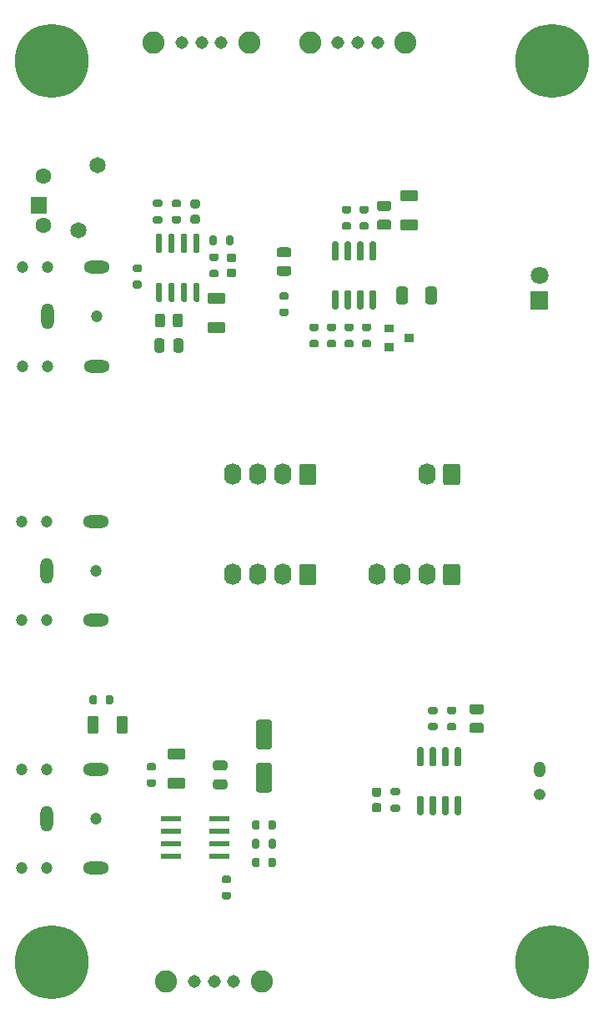
<source format=gts>
%TF.GenerationSoftware,KiCad,Pcbnew,5.1.8-db9833491~88~ubuntu18.04.1*%
%TF.CreationDate,2021-01-05T00:41:27-08:00*%
%TF.ProjectId,kb1lqd_optical_comm,6b62316c-7164-45f6-9f70-746963616c5f,rev?*%
%TF.SameCoordinates,Original*%
%TF.FileFunction,Soldermask,Top*%
%TF.FilePolarity,Negative*%
%FSLAX46Y46*%
G04 Gerber Fmt 4.6, Leading zero omitted, Abs format (unit mm)*
G04 Created by KiCad (PCBNEW 5.1.8-db9833491~88~ubuntu18.04.1) date 2021-01-05 00:41:27*
%MOMM*%
%LPD*%
G01*
G04 APERTURE LIST*
%ADD10C,7.500102*%
%ADD11C,1.200102*%
%ADD12O,2.616102X1.308102*%
%ADD13O,1.308102X2.616102*%
%ADD14C,2.250102*%
%ADD15C,1.308102*%
%ADD16O,1.740102X2.190102*%
%ADD17C,1.600102*%
%ADD18C,1.650102*%
%ADD19O,1.200102X1.200102*%
%ADD20O,1.200102X1.600102*%
%ADD21C,1.800102*%
G04 APERTURE END LIST*
%TO.C,U2*%
G36*
G01*
X143152026Y-49935051D02*
X142851974Y-49935051D01*
G75*
G02*
X142701949Y-49785026I0J150025D01*
G01*
X142701949Y-48134974D01*
G75*
G02*
X142851974Y-47984949I150025J0D01*
G01*
X143152026Y-47984949D01*
G75*
G02*
X143302051Y-48134974I0J-150025D01*
G01*
X143302051Y-49785026D01*
G75*
G02*
X143152026Y-49935051I-150025J0D01*
G01*
G37*
G36*
G01*
X144422026Y-49935051D02*
X144121974Y-49935051D01*
G75*
G02*
X143971949Y-49785026I0J150025D01*
G01*
X143971949Y-48134974D01*
G75*
G02*
X144121974Y-47984949I150025J0D01*
G01*
X144422026Y-47984949D01*
G75*
G02*
X144572051Y-48134974I0J-150025D01*
G01*
X144572051Y-49785026D01*
G75*
G02*
X144422026Y-49935051I-150025J0D01*
G01*
G37*
G36*
G01*
X145692026Y-49935051D02*
X145391974Y-49935051D01*
G75*
G02*
X145241949Y-49785026I0J150025D01*
G01*
X145241949Y-48134974D01*
G75*
G02*
X145391974Y-47984949I150025J0D01*
G01*
X145692026Y-47984949D01*
G75*
G02*
X145842051Y-48134974I0J-150025D01*
G01*
X145842051Y-49785026D01*
G75*
G02*
X145692026Y-49935051I-150025J0D01*
G01*
G37*
G36*
G01*
X146962026Y-49935051D02*
X146661974Y-49935051D01*
G75*
G02*
X146511949Y-49785026I0J150025D01*
G01*
X146511949Y-48134974D01*
G75*
G02*
X146661974Y-47984949I150025J0D01*
G01*
X146962026Y-47984949D01*
G75*
G02*
X147112051Y-48134974I0J-150025D01*
G01*
X147112051Y-49785026D01*
G75*
G02*
X146962026Y-49935051I-150025J0D01*
G01*
G37*
G36*
G01*
X146962026Y-54885051D02*
X146661974Y-54885051D01*
G75*
G02*
X146511949Y-54735026I0J150025D01*
G01*
X146511949Y-53084974D01*
G75*
G02*
X146661974Y-52934949I150025J0D01*
G01*
X146962026Y-52934949D01*
G75*
G02*
X147112051Y-53084974I0J-150025D01*
G01*
X147112051Y-54735026D01*
G75*
G02*
X146962026Y-54885051I-150025J0D01*
G01*
G37*
G36*
G01*
X145692026Y-54885051D02*
X145391974Y-54885051D01*
G75*
G02*
X145241949Y-54735026I0J150025D01*
G01*
X145241949Y-53084974D01*
G75*
G02*
X145391974Y-52934949I150025J0D01*
G01*
X145692026Y-52934949D01*
G75*
G02*
X145842051Y-53084974I0J-150025D01*
G01*
X145842051Y-54735026D01*
G75*
G02*
X145692026Y-54885051I-150025J0D01*
G01*
G37*
G36*
G01*
X144422026Y-54885051D02*
X144121974Y-54885051D01*
G75*
G02*
X143971949Y-54735026I0J150025D01*
G01*
X143971949Y-53084974D01*
G75*
G02*
X144121974Y-52934949I150025J0D01*
G01*
X144422026Y-52934949D01*
G75*
G02*
X144572051Y-53084974I0J-150025D01*
G01*
X144572051Y-54735026D01*
G75*
G02*
X144422026Y-54885051I-150025J0D01*
G01*
G37*
G36*
G01*
X143152026Y-54885051D02*
X142851974Y-54885051D01*
G75*
G02*
X142701949Y-54735026I0J150025D01*
G01*
X142701949Y-53084974D01*
G75*
G02*
X142851974Y-52934949I150025J0D01*
G01*
X143152026Y-52934949D01*
G75*
G02*
X143302051Y-53084974I0J-150025D01*
G01*
X143302051Y-54735026D01*
G75*
G02*
X143152026Y-54885051I-150025J0D01*
G01*
G37*
%TD*%
D10*
%TO.C,H4*%
X182880000Y-121920000D03*
%TD*%
%TO.C,H3*%
X182880000Y-30480000D03*
%TD*%
%TO.C,H2*%
X132080000Y-121920000D03*
%TD*%
%TO.C,H1*%
X132080000Y-30480000D03*
%TD*%
D11*
%TO.C,J6*%
X131572000Y-112315000D03*
X129072000Y-112315000D03*
X136572000Y-107315000D03*
X131572000Y-102315000D03*
X129072000Y-102315000D03*
D12*
X136572000Y-102315000D03*
X136572000Y-112315000D03*
D13*
X131572000Y-107315000D03*
%TD*%
D11*
%TO.C,J3*%
X131572000Y-87169000D03*
X129072000Y-87169000D03*
X136572000Y-82169000D03*
X131572000Y-77169000D03*
X129072000Y-77169000D03*
D12*
X136572000Y-77169000D03*
X136572000Y-87169000D03*
D13*
X131572000Y-82169000D03*
%TD*%
D11*
%TO.C,J1*%
X131699000Y-61388000D03*
X129199000Y-61388000D03*
X136699000Y-56388000D03*
X131699000Y-51388000D03*
X129199000Y-51388000D03*
D12*
X136699000Y-51388000D03*
X136699000Y-61388000D03*
D13*
X131699000Y-56388000D03*
%TD*%
D14*
%TO.C,SW1*%
X142470000Y-28575000D03*
X152170000Y-28575000D03*
D15*
X145320000Y-28575000D03*
X149320000Y-28575000D03*
X147320000Y-28575000D03*
%TD*%
%TO.C,U5*%
G36*
G01*
X164568974Y-53696949D02*
X164869026Y-53696949D01*
G75*
G02*
X165019051Y-53846974I0J-150025D01*
G01*
X165019051Y-55497026D01*
G75*
G02*
X164869026Y-55647051I-150025J0D01*
G01*
X164568974Y-55647051D01*
G75*
G02*
X164418949Y-55497026I0J150025D01*
G01*
X164418949Y-53846974D01*
G75*
G02*
X164568974Y-53696949I150025J0D01*
G01*
G37*
G36*
G01*
X163298974Y-53696949D02*
X163599026Y-53696949D01*
G75*
G02*
X163749051Y-53846974I0J-150025D01*
G01*
X163749051Y-55497026D01*
G75*
G02*
X163599026Y-55647051I-150025J0D01*
G01*
X163298974Y-55647051D01*
G75*
G02*
X163148949Y-55497026I0J150025D01*
G01*
X163148949Y-53846974D01*
G75*
G02*
X163298974Y-53696949I150025J0D01*
G01*
G37*
G36*
G01*
X162028974Y-53696949D02*
X162329026Y-53696949D01*
G75*
G02*
X162479051Y-53846974I0J-150025D01*
G01*
X162479051Y-55497026D01*
G75*
G02*
X162329026Y-55647051I-150025J0D01*
G01*
X162028974Y-55647051D01*
G75*
G02*
X161878949Y-55497026I0J150025D01*
G01*
X161878949Y-53846974D01*
G75*
G02*
X162028974Y-53696949I150025J0D01*
G01*
G37*
G36*
G01*
X160758974Y-53696949D02*
X161059026Y-53696949D01*
G75*
G02*
X161209051Y-53846974I0J-150025D01*
G01*
X161209051Y-55497026D01*
G75*
G02*
X161059026Y-55647051I-150025J0D01*
G01*
X160758974Y-55647051D01*
G75*
G02*
X160608949Y-55497026I0J150025D01*
G01*
X160608949Y-53846974D01*
G75*
G02*
X160758974Y-53696949I150025J0D01*
G01*
G37*
G36*
G01*
X160758974Y-48746949D02*
X161059026Y-48746949D01*
G75*
G02*
X161209051Y-48896974I0J-150025D01*
G01*
X161209051Y-50547026D01*
G75*
G02*
X161059026Y-50697051I-150025J0D01*
G01*
X160758974Y-50697051D01*
G75*
G02*
X160608949Y-50547026I0J150025D01*
G01*
X160608949Y-48896974D01*
G75*
G02*
X160758974Y-48746949I150025J0D01*
G01*
G37*
G36*
G01*
X162028974Y-48746949D02*
X162329026Y-48746949D01*
G75*
G02*
X162479051Y-48896974I0J-150025D01*
G01*
X162479051Y-50547026D01*
G75*
G02*
X162329026Y-50697051I-150025J0D01*
G01*
X162028974Y-50697051D01*
G75*
G02*
X161878949Y-50547026I0J150025D01*
G01*
X161878949Y-48896974D01*
G75*
G02*
X162028974Y-48746949I150025J0D01*
G01*
G37*
G36*
G01*
X163298974Y-48746949D02*
X163599026Y-48746949D01*
G75*
G02*
X163749051Y-48896974I0J-150025D01*
G01*
X163749051Y-50547026D01*
G75*
G02*
X163599026Y-50697051I-150025J0D01*
G01*
X163298974Y-50697051D01*
G75*
G02*
X163148949Y-50547026I0J150025D01*
G01*
X163148949Y-48896974D01*
G75*
G02*
X163298974Y-48746949I150025J0D01*
G01*
G37*
G36*
G01*
X164568974Y-48746949D02*
X164869026Y-48746949D01*
G75*
G02*
X165019051Y-48896974I0J-150025D01*
G01*
X165019051Y-50547026D01*
G75*
G02*
X164869026Y-50697051I-150025J0D01*
G01*
X164568974Y-50697051D01*
G75*
G02*
X164418949Y-50547026I0J150025D01*
G01*
X164418949Y-48896974D01*
G75*
G02*
X164568974Y-48746949I150025J0D01*
G01*
G37*
%TD*%
%TO.C,U4*%
G36*
G01*
X148158149Y-107594400D02*
X148158149Y-107035600D01*
G75*
G02*
X148158200Y-107035549I51J0D01*
G01*
X150139400Y-107035549D01*
G75*
G02*
X150139451Y-107035600I0J-51D01*
G01*
X150139451Y-107594400D01*
G75*
G02*
X150139400Y-107594451I-51J0D01*
G01*
X148158200Y-107594451D01*
G75*
G02*
X148158149Y-107594400I0J51D01*
G01*
G37*
G36*
G01*
X148158149Y-108864400D02*
X148158149Y-108305600D01*
G75*
G02*
X148158200Y-108305549I51J0D01*
G01*
X150139400Y-108305549D01*
G75*
G02*
X150139451Y-108305600I0J-51D01*
G01*
X150139451Y-108864400D01*
G75*
G02*
X150139400Y-108864451I-51J0D01*
G01*
X148158200Y-108864451D01*
G75*
G02*
X148158149Y-108864400I0J51D01*
G01*
G37*
G36*
G01*
X148158149Y-110134400D02*
X148158149Y-109575600D01*
G75*
G02*
X148158200Y-109575549I51J0D01*
G01*
X150139400Y-109575549D01*
G75*
G02*
X150139451Y-109575600I0J-51D01*
G01*
X150139451Y-110134400D01*
G75*
G02*
X150139400Y-110134451I-51J0D01*
G01*
X148158200Y-110134451D01*
G75*
G02*
X148158149Y-110134400I0J51D01*
G01*
G37*
G36*
G01*
X148158149Y-111404400D02*
X148158149Y-110845600D01*
G75*
G02*
X148158200Y-110845549I51J0D01*
G01*
X150139400Y-110845549D01*
G75*
G02*
X150139451Y-110845600I0J-51D01*
G01*
X150139451Y-111404400D01*
G75*
G02*
X150139400Y-111404451I-51J0D01*
G01*
X148158200Y-111404451D01*
G75*
G02*
X148158149Y-111404400I0J51D01*
G01*
G37*
G36*
G01*
X143230549Y-111404400D02*
X143230549Y-110845600D01*
G75*
G02*
X143230600Y-110845549I51J0D01*
G01*
X145211800Y-110845549D01*
G75*
G02*
X145211851Y-110845600I0J-51D01*
G01*
X145211851Y-111404400D01*
G75*
G02*
X145211800Y-111404451I-51J0D01*
G01*
X143230600Y-111404451D01*
G75*
G02*
X143230549Y-111404400I0J51D01*
G01*
G37*
G36*
G01*
X143230549Y-110134400D02*
X143230549Y-109575600D01*
G75*
G02*
X143230600Y-109575549I51J0D01*
G01*
X145211800Y-109575549D01*
G75*
G02*
X145211851Y-109575600I0J-51D01*
G01*
X145211851Y-110134400D01*
G75*
G02*
X145211800Y-110134451I-51J0D01*
G01*
X143230600Y-110134451D01*
G75*
G02*
X143230549Y-110134400I0J51D01*
G01*
G37*
G36*
G01*
X143230549Y-108864400D02*
X143230549Y-108305600D01*
G75*
G02*
X143230600Y-108305549I51J0D01*
G01*
X145211800Y-108305549D01*
G75*
G02*
X145211851Y-108305600I0J-51D01*
G01*
X145211851Y-108864400D01*
G75*
G02*
X145211800Y-108864451I-51J0D01*
G01*
X143230600Y-108864451D01*
G75*
G02*
X143230549Y-108864400I0J51D01*
G01*
G37*
G36*
G01*
X143230549Y-107594400D02*
X143230549Y-107035600D01*
G75*
G02*
X143230600Y-107035549I51J0D01*
G01*
X145211800Y-107035549D01*
G75*
G02*
X145211851Y-107035600I0J-51D01*
G01*
X145211851Y-107594400D01*
G75*
G02*
X145211800Y-107594451I-51J0D01*
G01*
X143230600Y-107594451D01*
G75*
G02*
X143230549Y-107594400I0J51D01*
G01*
G37*
%TD*%
%TO.C,U3*%
G36*
G01*
X173204974Y-105004949D02*
X173505026Y-105004949D01*
G75*
G02*
X173655051Y-105154974I0J-150025D01*
G01*
X173655051Y-106805026D01*
G75*
G02*
X173505026Y-106955051I-150025J0D01*
G01*
X173204974Y-106955051D01*
G75*
G02*
X173054949Y-106805026I0J150025D01*
G01*
X173054949Y-105154974D01*
G75*
G02*
X173204974Y-105004949I150025J0D01*
G01*
G37*
G36*
G01*
X171934974Y-105004949D02*
X172235026Y-105004949D01*
G75*
G02*
X172385051Y-105154974I0J-150025D01*
G01*
X172385051Y-106805026D01*
G75*
G02*
X172235026Y-106955051I-150025J0D01*
G01*
X171934974Y-106955051D01*
G75*
G02*
X171784949Y-106805026I0J150025D01*
G01*
X171784949Y-105154974D01*
G75*
G02*
X171934974Y-105004949I150025J0D01*
G01*
G37*
G36*
G01*
X170664974Y-105004949D02*
X170965026Y-105004949D01*
G75*
G02*
X171115051Y-105154974I0J-150025D01*
G01*
X171115051Y-106805026D01*
G75*
G02*
X170965026Y-106955051I-150025J0D01*
G01*
X170664974Y-106955051D01*
G75*
G02*
X170514949Y-106805026I0J150025D01*
G01*
X170514949Y-105154974D01*
G75*
G02*
X170664974Y-105004949I150025J0D01*
G01*
G37*
G36*
G01*
X169394974Y-105004949D02*
X169695026Y-105004949D01*
G75*
G02*
X169845051Y-105154974I0J-150025D01*
G01*
X169845051Y-106805026D01*
G75*
G02*
X169695026Y-106955051I-150025J0D01*
G01*
X169394974Y-106955051D01*
G75*
G02*
X169244949Y-106805026I0J150025D01*
G01*
X169244949Y-105154974D01*
G75*
G02*
X169394974Y-105004949I150025J0D01*
G01*
G37*
G36*
G01*
X169394974Y-100054949D02*
X169695026Y-100054949D01*
G75*
G02*
X169845051Y-100204974I0J-150025D01*
G01*
X169845051Y-101855026D01*
G75*
G02*
X169695026Y-102005051I-150025J0D01*
G01*
X169394974Y-102005051D01*
G75*
G02*
X169244949Y-101855026I0J150025D01*
G01*
X169244949Y-100204974D01*
G75*
G02*
X169394974Y-100054949I150025J0D01*
G01*
G37*
G36*
G01*
X170664974Y-100054949D02*
X170965026Y-100054949D01*
G75*
G02*
X171115051Y-100204974I0J-150025D01*
G01*
X171115051Y-101855026D01*
G75*
G02*
X170965026Y-102005051I-150025J0D01*
G01*
X170664974Y-102005051D01*
G75*
G02*
X170514949Y-101855026I0J150025D01*
G01*
X170514949Y-100204974D01*
G75*
G02*
X170664974Y-100054949I150025J0D01*
G01*
G37*
G36*
G01*
X171934974Y-100054949D02*
X172235026Y-100054949D01*
G75*
G02*
X172385051Y-100204974I0J-150025D01*
G01*
X172385051Y-101855026D01*
G75*
G02*
X172235026Y-102005051I-150025J0D01*
G01*
X171934974Y-102005051D01*
G75*
G02*
X171784949Y-101855026I0J150025D01*
G01*
X171784949Y-100204974D01*
G75*
G02*
X171934974Y-100054949I150025J0D01*
G01*
G37*
G36*
G01*
X173204974Y-100054949D02*
X173505026Y-100054949D01*
G75*
G02*
X173655051Y-100204974I0J-150025D01*
G01*
X173655051Y-101855026D01*
G75*
G02*
X173505026Y-102005051I-150025J0D01*
G01*
X173204974Y-102005051D01*
G75*
G02*
X173054949Y-101855026I0J150025D01*
G01*
X173054949Y-100204974D01*
G75*
G02*
X173204974Y-100054949I150025J0D01*
G01*
G37*
%TD*%
D14*
%TO.C,SW3*%
X158345000Y-28575000D03*
X168045000Y-28575000D03*
D15*
X161195000Y-28575000D03*
X165195000Y-28575000D03*
X163195000Y-28575000D03*
%TD*%
D14*
%TO.C,SW2*%
X153440000Y-123825000D03*
X143740000Y-123825000D03*
D15*
X150590000Y-123825000D03*
X146590000Y-123825000D03*
X148590000Y-123825000D03*
%TD*%
D16*
%TO.C,RV2*%
X150495000Y-72390000D03*
X153035000Y-72390000D03*
X155575000Y-72390000D03*
G36*
G01*
X158985051Y-71544962D02*
X158985051Y-73235038D01*
G75*
G02*
X158735038Y-73485051I-250013J0D01*
G01*
X157494962Y-73485051D01*
G75*
G02*
X157244949Y-73235038I0J250013D01*
G01*
X157244949Y-71544962D01*
G75*
G02*
X157494962Y-71294949I250013J0D01*
G01*
X158735038Y-71294949D01*
G75*
G02*
X158985051Y-71544962I0J-250013D01*
G01*
G37*
%TD*%
%TO.C,RV1*%
X150495000Y-82550000D03*
X153035000Y-82550000D03*
X155575000Y-82550000D03*
G36*
G01*
X158985051Y-81704962D02*
X158985051Y-83395038D01*
G75*
G02*
X158735038Y-83645051I-250013J0D01*
G01*
X157494962Y-83645051D01*
G75*
G02*
X157244949Y-83395038I0J250013D01*
G01*
X157244949Y-81704962D01*
G75*
G02*
X157494962Y-81454949I250013J0D01*
G01*
X158735038Y-81454949D01*
G75*
G02*
X158985051Y-81704962I0J-250013D01*
G01*
G37*
%TD*%
%TO.C,R34*%
G36*
G01*
X144417949Y-57219028D02*
X144417949Y-56318972D01*
G75*
G02*
X144667972Y-56068949I250023J0D01*
G01*
X145193028Y-56068949D01*
G75*
G02*
X145443051Y-56318972I0J-250023D01*
G01*
X145443051Y-57219028D01*
G75*
G02*
X145193028Y-57469051I-250023J0D01*
G01*
X144667972Y-57469051D01*
G75*
G02*
X144417949Y-57219028I0J250023D01*
G01*
G37*
G36*
G01*
X142592949Y-57219028D02*
X142592949Y-56318972D01*
G75*
G02*
X142842972Y-56068949I250023J0D01*
G01*
X143368028Y-56068949D01*
G75*
G02*
X143618051Y-56318972I0J-250023D01*
G01*
X143618051Y-57219028D01*
G75*
G02*
X143368028Y-57469051I-250023J0D01*
G01*
X142842972Y-57469051D01*
G75*
G02*
X142592949Y-57219028I0J250023D01*
G01*
G37*
%TD*%
%TO.C,R33*%
G36*
G01*
X150135026Y-113875051D02*
X149584974Y-113875051D01*
G75*
G02*
X149384949Y-113675026I0J200025D01*
G01*
X149384949Y-113274974D01*
G75*
G02*
X149584974Y-113074949I200025J0D01*
G01*
X150135026Y-113074949D01*
G75*
G02*
X150335051Y-113274974I0J-200025D01*
G01*
X150335051Y-113675026D01*
G75*
G02*
X150135026Y-113875051I-200025J0D01*
G01*
G37*
G36*
G01*
X150135026Y-115525051D02*
X149584974Y-115525051D01*
G75*
G02*
X149384949Y-115325026I0J200025D01*
G01*
X149384949Y-114924974D01*
G75*
G02*
X149584974Y-114724949I200025J0D01*
G01*
X150135026Y-114724949D01*
G75*
G02*
X150335051Y-114924974I0J-200025D01*
G01*
X150335051Y-115325026D01*
G75*
G02*
X150135026Y-115525051I-200025J0D01*
G01*
G37*
%TD*%
%TO.C,R31*%
G36*
G01*
X154094949Y-110130026D02*
X154094949Y-109579974D01*
G75*
G02*
X154294974Y-109379949I200025J0D01*
G01*
X154695026Y-109379949D01*
G75*
G02*
X154895051Y-109579974I0J-200025D01*
G01*
X154895051Y-110130026D01*
G75*
G02*
X154695026Y-110330051I-200025J0D01*
G01*
X154294974Y-110330051D01*
G75*
G02*
X154094949Y-110130026I0J200025D01*
G01*
G37*
G36*
G01*
X152444949Y-110130026D02*
X152444949Y-109579974D01*
G75*
G02*
X152644974Y-109379949I200025J0D01*
G01*
X153045026Y-109379949D01*
G75*
G02*
X153245051Y-109579974I0J-200025D01*
G01*
X153245051Y-110130026D01*
G75*
G02*
X153045026Y-110330051I-200025J0D01*
G01*
X152644974Y-110330051D01*
G75*
G02*
X152444949Y-110130026I0J200025D01*
G01*
G37*
%TD*%
%TO.C,R30*%
G36*
G01*
X153245051Y-107674974D02*
X153245051Y-108225026D01*
G75*
G02*
X153045026Y-108425051I-200025J0D01*
G01*
X152644974Y-108425051D01*
G75*
G02*
X152444949Y-108225026I0J200025D01*
G01*
X152444949Y-107674974D01*
G75*
G02*
X152644974Y-107474949I200025J0D01*
G01*
X153045026Y-107474949D01*
G75*
G02*
X153245051Y-107674974I0J-200025D01*
G01*
G37*
G36*
G01*
X154895051Y-107674974D02*
X154895051Y-108225026D01*
G75*
G02*
X154695026Y-108425051I-200025J0D01*
G01*
X154294974Y-108425051D01*
G75*
G02*
X154094949Y-108225026I0J200025D01*
G01*
X154094949Y-107674974D01*
G75*
G02*
X154294974Y-107474949I200025J0D01*
G01*
X154695026Y-107474949D01*
G75*
G02*
X154895051Y-107674974I0J-200025D01*
G01*
G37*
%TD*%
%TO.C,R28*%
G36*
G01*
X142515026Y-102445051D02*
X141964974Y-102445051D01*
G75*
G02*
X141764949Y-102245026I0J200025D01*
G01*
X141764949Y-101844974D01*
G75*
G02*
X141964974Y-101644949I200025J0D01*
G01*
X142515026Y-101644949D01*
G75*
G02*
X142715051Y-101844974I0J-200025D01*
G01*
X142715051Y-102245026D01*
G75*
G02*
X142515026Y-102445051I-200025J0D01*
G01*
G37*
G36*
G01*
X142515026Y-104095051D02*
X141964974Y-104095051D01*
G75*
G02*
X141764949Y-103895026I0J200025D01*
G01*
X141764949Y-103494974D01*
G75*
G02*
X141964974Y-103294949I200025J0D01*
G01*
X142515026Y-103294949D01*
G75*
G02*
X142715051Y-103494974I0J-200025D01*
G01*
X142715051Y-103895026D01*
G75*
G02*
X142515026Y-104095051I-200025J0D01*
G01*
G37*
%TD*%
%TO.C,R27*%
G36*
G01*
X167280026Y-104985051D02*
X166729974Y-104985051D01*
G75*
G02*
X166529949Y-104785026I0J200025D01*
G01*
X166529949Y-104384974D01*
G75*
G02*
X166729974Y-104184949I200025J0D01*
G01*
X167280026Y-104184949D01*
G75*
G02*
X167480051Y-104384974I0J-200025D01*
G01*
X167480051Y-104785026D01*
G75*
G02*
X167280026Y-104985051I-200025J0D01*
G01*
G37*
G36*
G01*
X167280026Y-106635051D02*
X166729974Y-106635051D01*
G75*
G02*
X166529949Y-106435026I0J200025D01*
G01*
X166529949Y-106034974D01*
G75*
G02*
X166729974Y-105834949I200025J0D01*
G01*
X167280026Y-105834949D01*
G75*
G02*
X167480051Y-106034974I0J-200025D01*
G01*
X167480051Y-106435026D01*
G75*
G02*
X167280026Y-106635051I-200025J0D01*
G01*
G37*
%TD*%
%TO.C,R26*%
G36*
G01*
X172995026Y-96730051D02*
X172444974Y-96730051D01*
G75*
G02*
X172244949Y-96530026I0J200025D01*
G01*
X172244949Y-96129974D01*
G75*
G02*
X172444974Y-95929949I200025J0D01*
G01*
X172995026Y-95929949D01*
G75*
G02*
X173195051Y-96129974I0J-200025D01*
G01*
X173195051Y-96530026D01*
G75*
G02*
X172995026Y-96730051I-200025J0D01*
G01*
G37*
G36*
G01*
X172995026Y-98380051D02*
X172444974Y-98380051D01*
G75*
G02*
X172244949Y-98180026I0J200025D01*
G01*
X172244949Y-97779974D01*
G75*
G02*
X172444974Y-97579949I200025J0D01*
G01*
X172995026Y-97579949D01*
G75*
G02*
X173195051Y-97779974I0J-200025D01*
G01*
X173195051Y-98180026D01*
G75*
G02*
X172995026Y-98380051I-200025J0D01*
G01*
G37*
%TD*%
%TO.C,R25*%
G36*
G01*
X170539974Y-97579949D02*
X171090026Y-97579949D01*
G75*
G02*
X171290051Y-97779974I0J-200025D01*
G01*
X171290051Y-98180026D01*
G75*
G02*
X171090026Y-98380051I-200025J0D01*
G01*
X170539974Y-98380051D01*
G75*
G02*
X170339949Y-98180026I0J200025D01*
G01*
X170339949Y-97779974D01*
G75*
G02*
X170539974Y-97579949I200025J0D01*
G01*
G37*
G36*
G01*
X170539974Y-95929949D02*
X171090026Y-95929949D01*
G75*
G02*
X171290051Y-96129974I0J-200025D01*
G01*
X171290051Y-96530026D01*
G75*
G02*
X171090026Y-96730051I-200025J0D01*
G01*
X170539974Y-96730051D01*
G75*
G02*
X170339949Y-96530026I0J200025D01*
G01*
X170339949Y-96129974D01*
G75*
G02*
X170539974Y-95929949I200025J0D01*
G01*
G37*
%TD*%
%TO.C,R24*%
G36*
G01*
X148927051Y-48365974D02*
X148927051Y-48916026D01*
G75*
G02*
X148727026Y-49116051I-200025J0D01*
G01*
X148326974Y-49116051D01*
G75*
G02*
X148126949Y-48916026I0J200025D01*
G01*
X148126949Y-48365974D01*
G75*
G02*
X148326974Y-48165949I200025J0D01*
G01*
X148727026Y-48165949D01*
G75*
G02*
X148927051Y-48365974I0J-200025D01*
G01*
G37*
G36*
G01*
X150577051Y-48365974D02*
X150577051Y-48916026D01*
G75*
G02*
X150377026Y-49116051I-200025J0D01*
G01*
X149976974Y-49116051D01*
G75*
G02*
X149776949Y-48916026I0J200025D01*
G01*
X149776949Y-48365974D01*
G75*
G02*
X149976974Y-48165949I200025J0D01*
G01*
X150377026Y-48165949D01*
G75*
G02*
X150577051Y-48365974I0J-200025D01*
G01*
G37*
%TD*%
%TO.C,R23*%
G36*
G01*
X148314974Y-51605949D02*
X148865026Y-51605949D01*
G75*
G02*
X149065051Y-51805974I0J-200025D01*
G01*
X149065051Y-52206026D01*
G75*
G02*
X148865026Y-52406051I-200025J0D01*
G01*
X148314974Y-52406051D01*
G75*
G02*
X148114949Y-52206026I0J200025D01*
G01*
X148114949Y-51805974D01*
G75*
G02*
X148314974Y-51605949I200025J0D01*
G01*
G37*
G36*
G01*
X148314974Y-49955949D02*
X148865026Y-49955949D01*
G75*
G02*
X149065051Y-50155974I0J-200025D01*
G01*
X149065051Y-50556026D01*
G75*
G02*
X148865026Y-50756051I-200025J0D01*
G01*
X148314974Y-50756051D01*
G75*
G02*
X148114949Y-50556026I0J200025D01*
G01*
X148114949Y-50155974D01*
G75*
G02*
X148314974Y-49955949I200025J0D01*
G01*
G37*
%TD*%
%TO.C,R22*%
G36*
G01*
X144504974Y-46144949D02*
X145055026Y-46144949D01*
G75*
G02*
X145255051Y-46344974I0J-200025D01*
G01*
X145255051Y-46745026D01*
G75*
G02*
X145055026Y-46945051I-200025J0D01*
G01*
X144504974Y-46945051D01*
G75*
G02*
X144304949Y-46745026I0J200025D01*
G01*
X144304949Y-46344974D01*
G75*
G02*
X144504974Y-46144949I200025J0D01*
G01*
G37*
G36*
G01*
X144504974Y-44494949D02*
X145055026Y-44494949D01*
G75*
G02*
X145255051Y-44694974I0J-200025D01*
G01*
X145255051Y-45095026D01*
G75*
G02*
X145055026Y-45295051I-200025J0D01*
G01*
X144504974Y-45295051D01*
G75*
G02*
X144304949Y-45095026I0J200025D01*
G01*
X144304949Y-44694974D01*
G75*
G02*
X144504974Y-44494949I200025J0D01*
G01*
G37*
%TD*%
%TO.C,R21*%
G36*
G01*
X143150026Y-45295051D02*
X142599974Y-45295051D01*
G75*
G02*
X142399949Y-45095026I0J200025D01*
G01*
X142399949Y-44694974D01*
G75*
G02*
X142599974Y-44494949I200025J0D01*
G01*
X143150026Y-44494949D01*
G75*
G02*
X143350051Y-44694974I0J-200025D01*
G01*
X143350051Y-45095026D01*
G75*
G02*
X143150026Y-45295051I-200025J0D01*
G01*
G37*
G36*
G01*
X143150026Y-46945051D02*
X142599974Y-46945051D01*
G75*
G02*
X142399949Y-46745026I0J200025D01*
G01*
X142399949Y-46344974D01*
G75*
G02*
X142599974Y-46144949I200025J0D01*
G01*
X143150026Y-46144949D01*
G75*
G02*
X143350051Y-46344974I0J-200025D01*
G01*
X143350051Y-46745026D01*
G75*
G02*
X143150026Y-46945051I-200025J0D01*
G01*
G37*
%TD*%
%TO.C,R20*%
G36*
G01*
X141092626Y-51873651D02*
X140542574Y-51873651D01*
G75*
G02*
X140342549Y-51673626I0J200025D01*
G01*
X140342549Y-51273574D01*
G75*
G02*
X140542574Y-51073549I200025J0D01*
G01*
X141092626Y-51073549D01*
G75*
G02*
X141292651Y-51273574I0J-200025D01*
G01*
X141292651Y-51673626D01*
G75*
G02*
X141092626Y-51873651I-200025J0D01*
G01*
G37*
G36*
G01*
X141092626Y-53523651D02*
X140542574Y-53523651D01*
G75*
G02*
X140342549Y-53323626I0J200025D01*
G01*
X140342549Y-52923574D01*
G75*
G02*
X140542574Y-52723549I200025J0D01*
G01*
X141092626Y-52723549D01*
G75*
G02*
X141292651Y-52923574I0J-200025D01*
G01*
X141292651Y-53323626D01*
G75*
G02*
X141092626Y-53523651I-200025J0D01*
G01*
G37*
%TD*%
%TO.C,R15*%
G36*
G01*
X164105026Y-45930051D02*
X163554974Y-45930051D01*
G75*
G02*
X163354949Y-45730026I0J200025D01*
G01*
X163354949Y-45329974D01*
G75*
G02*
X163554974Y-45129949I200025J0D01*
G01*
X164105026Y-45129949D01*
G75*
G02*
X164305051Y-45329974I0J-200025D01*
G01*
X164305051Y-45730026D01*
G75*
G02*
X164105026Y-45930051I-200025J0D01*
G01*
G37*
G36*
G01*
X164105026Y-47580051D02*
X163554974Y-47580051D01*
G75*
G02*
X163354949Y-47380026I0J200025D01*
G01*
X163354949Y-46979974D01*
G75*
G02*
X163554974Y-46779949I200025J0D01*
G01*
X164105026Y-46779949D01*
G75*
G02*
X164305051Y-46979974I0J-200025D01*
G01*
X164305051Y-47380026D01*
G75*
G02*
X164105026Y-47580051I-200025J0D01*
G01*
G37*
%TD*%
%TO.C,R14*%
G36*
G01*
X161776974Y-46779949D02*
X162327026Y-46779949D01*
G75*
G02*
X162527051Y-46979974I0J-200025D01*
G01*
X162527051Y-47380026D01*
G75*
G02*
X162327026Y-47580051I-200025J0D01*
G01*
X161776974Y-47580051D01*
G75*
G02*
X161576949Y-47380026I0J200025D01*
G01*
X161576949Y-46979974D01*
G75*
G02*
X161776974Y-46779949I200025J0D01*
G01*
G37*
G36*
G01*
X161776974Y-45129949D02*
X162327026Y-45129949D01*
G75*
G02*
X162527051Y-45329974I0J-200025D01*
G01*
X162527051Y-45730026D01*
G75*
G02*
X162327026Y-45930051I-200025J0D01*
G01*
X161776974Y-45930051D01*
G75*
G02*
X161576949Y-45730026I0J200025D01*
G01*
X161576949Y-45329974D01*
G75*
G02*
X161776974Y-45129949I200025J0D01*
G01*
G37*
%TD*%
%TO.C,R12*%
G36*
G01*
X164359026Y-57868051D02*
X163808974Y-57868051D01*
G75*
G02*
X163608949Y-57668026I0J200025D01*
G01*
X163608949Y-57267974D01*
G75*
G02*
X163808974Y-57067949I200025J0D01*
G01*
X164359026Y-57067949D01*
G75*
G02*
X164559051Y-57267974I0J-200025D01*
G01*
X164559051Y-57668026D01*
G75*
G02*
X164359026Y-57868051I-200025J0D01*
G01*
G37*
G36*
G01*
X164359026Y-59518051D02*
X163808974Y-59518051D01*
G75*
G02*
X163608949Y-59318026I0J200025D01*
G01*
X163608949Y-58917974D01*
G75*
G02*
X163808974Y-58717949I200025J0D01*
G01*
X164359026Y-58717949D01*
G75*
G02*
X164559051Y-58917974I0J-200025D01*
G01*
X164559051Y-59318026D01*
G75*
G02*
X164359026Y-59518051I-200025J0D01*
G01*
G37*
%TD*%
%TO.C,R11*%
G36*
G01*
X162581026Y-57868051D02*
X162030974Y-57868051D01*
G75*
G02*
X161830949Y-57668026I0J200025D01*
G01*
X161830949Y-57267974D01*
G75*
G02*
X162030974Y-57067949I200025J0D01*
G01*
X162581026Y-57067949D01*
G75*
G02*
X162781051Y-57267974I0J-200025D01*
G01*
X162781051Y-57668026D01*
G75*
G02*
X162581026Y-57868051I-200025J0D01*
G01*
G37*
G36*
G01*
X162581026Y-59518051D02*
X162030974Y-59518051D01*
G75*
G02*
X161830949Y-59318026I0J200025D01*
G01*
X161830949Y-58917974D01*
G75*
G02*
X162030974Y-58717949I200025J0D01*
G01*
X162581026Y-58717949D01*
G75*
G02*
X162781051Y-58917974I0J-200025D01*
G01*
X162781051Y-59318026D01*
G75*
G02*
X162581026Y-59518051I-200025J0D01*
G01*
G37*
%TD*%
%TO.C,R10*%
G36*
G01*
X160252974Y-58717949D02*
X160803026Y-58717949D01*
G75*
G02*
X161003051Y-58917974I0J-200025D01*
G01*
X161003051Y-59318026D01*
G75*
G02*
X160803026Y-59518051I-200025J0D01*
G01*
X160252974Y-59518051D01*
G75*
G02*
X160052949Y-59318026I0J200025D01*
G01*
X160052949Y-58917974D01*
G75*
G02*
X160252974Y-58717949I200025J0D01*
G01*
G37*
G36*
G01*
X160252974Y-57067949D02*
X160803026Y-57067949D01*
G75*
G02*
X161003051Y-57267974I0J-200025D01*
G01*
X161003051Y-57668026D01*
G75*
G02*
X160803026Y-57868051I-200025J0D01*
G01*
X160252974Y-57868051D01*
G75*
G02*
X160052949Y-57668026I0J200025D01*
G01*
X160052949Y-57267974D01*
G75*
G02*
X160252974Y-57067949I200025J0D01*
G01*
G37*
%TD*%
%TO.C,R9*%
G36*
G01*
X159025026Y-57868051D02*
X158474974Y-57868051D01*
G75*
G02*
X158274949Y-57668026I0J200025D01*
G01*
X158274949Y-57267974D01*
G75*
G02*
X158474974Y-57067949I200025J0D01*
G01*
X159025026Y-57067949D01*
G75*
G02*
X159225051Y-57267974I0J-200025D01*
G01*
X159225051Y-57668026D01*
G75*
G02*
X159025026Y-57868051I-200025J0D01*
G01*
G37*
G36*
G01*
X159025026Y-59518051D02*
X158474974Y-59518051D01*
G75*
G02*
X158274949Y-59318026I0J200025D01*
G01*
X158274949Y-58917974D01*
G75*
G02*
X158474974Y-58717949I200025J0D01*
G01*
X159025026Y-58717949D01*
G75*
G02*
X159225051Y-58917974I0J-200025D01*
G01*
X159225051Y-59318026D01*
G75*
G02*
X159025026Y-59518051I-200025J0D01*
G01*
G37*
%TD*%
%TO.C,R8*%
G36*
G01*
X155426974Y-55542949D02*
X155977026Y-55542949D01*
G75*
G02*
X156177051Y-55742974I0J-200025D01*
G01*
X156177051Y-56143026D01*
G75*
G02*
X155977026Y-56343051I-200025J0D01*
G01*
X155426974Y-56343051D01*
G75*
G02*
X155226949Y-56143026I0J200025D01*
G01*
X155226949Y-55742974D01*
G75*
G02*
X155426974Y-55542949I200025J0D01*
G01*
G37*
G36*
G01*
X155426974Y-53892949D02*
X155977026Y-53892949D01*
G75*
G02*
X156177051Y-54092974I0J-200025D01*
G01*
X156177051Y-54493026D01*
G75*
G02*
X155977026Y-54693051I-200025J0D01*
G01*
X155426974Y-54693051D01*
G75*
G02*
X155226949Y-54493026I0J200025D01*
G01*
X155226949Y-54092974D01*
G75*
G02*
X155426974Y-53892949I200025J0D01*
G01*
G37*
%TD*%
%TO.C,R7*%
G36*
G01*
X137584949Y-95525026D02*
X137584949Y-94974974D01*
G75*
G02*
X137784974Y-94774949I200025J0D01*
G01*
X138185026Y-94774949D01*
G75*
G02*
X138385051Y-94974974I0J-200025D01*
G01*
X138385051Y-95525026D01*
G75*
G02*
X138185026Y-95725051I-200025J0D01*
G01*
X137784974Y-95725051D01*
G75*
G02*
X137584949Y-95525026I0J200025D01*
G01*
G37*
G36*
G01*
X135934949Y-95525026D02*
X135934949Y-94974974D01*
G75*
G02*
X136134974Y-94774949I200025J0D01*
G01*
X136535026Y-94774949D01*
G75*
G02*
X136735051Y-94974974I0J-200025D01*
G01*
X136735051Y-95525026D01*
G75*
G02*
X136535026Y-95725051I-200025J0D01*
G01*
X136134974Y-95725051D01*
G75*
G02*
X135934949Y-95525026I0J200025D01*
G01*
G37*
%TD*%
%TO.C,R6*%
G36*
G01*
X153245051Y-111484974D02*
X153245051Y-112035026D01*
G75*
G02*
X153045026Y-112235051I-200025J0D01*
G01*
X152644974Y-112235051D01*
G75*
G02*
X152444949Y-112035026I0J200025D01*
G01*
X152444949Y-111484974D01*
G75*
G02*
X152644974Y-111284949I200025J0D01*
G01*
X153045026Y-111284949D01*
G75*
G02*
X153245051Y-111484974I0J-200025D01*
G01*
G37*
G36*
G01*
X154895051Y-111484974D02*
X154895051Y-112035026D01*
G75*
G02*
X154695026Y-112235051I-200025J0D01*
G01*
X154294974Y-112235051D01*
G75*
G02*
X154094949Y-112035026I0J200025D01*
G01*
X154094949Y-111484974D01*
G75*
G02*
X154294974Y-111284949I200025J0D01*
G01*
X154695026Y-111284949D01*
G75*
G02*
X154895051Y-111484974I0J-200025D01*
G01*
G37*
%TD*%
%TO.C,Q1*%
G36*
G01*
X167935949Y-58947000D02*
X167935949Y-58147000D01*
G75*
G02*
X167936000Y-58146949I51J0D01*
G01*
X168836000Y-58146949D01*
G75*
G02*
X168836051Y-58147000I0J-51D01*
G01*
X168836051Y-58947000D01*
G75*
G02*
X168836000Y-58947051I-51J0D01*
G01*
X167936000Y-58947051D01*
G75*
G02*
X167935949Y-58947000I0J51D01*
G01*
G37*
G36*
G01*
X165935949Y-59897000D02*
X165935949Y-59097000D01*
G75*
G02*
X165936000Y-59096949I51J0D01*
G01*
X166836000Y-59096949D01*
G75*
G02*
X166836051Y-59097000I0J-51D01*
G01*
X166836051Y-59897000D01*
G75*
G02*
X166836000Y-59897051I-51J0D01*
G01*
X165936000Y-59897051D01*
G75*
G02*
X165935949Y-59897000I0J51D01*
G01*
G37*
G36*
G01*
X165935949Y-57997000D02*
X165935949Y-57197000D01*
G75*
G02*
X165936000Y-57196949I51J0D01*
G01*
X166836000Y-57196949D01*
G75*
G02*
X166836051Y-57197000I0J-51D01*
G01*
X166836051Y-57997000D01*
G75*
G02*
X166836000Y-57997051I-51J0D01*
G01*
X165936000Y-57997051D01*
G75*
G02*
X165935949Y-57997000I0J51D01*
G01*
G37*
%TD*%
%TO.C,J5*%
X170180000Y-72390000D03*
G36*
G01*
X173590051Y-71544962D02*
X173590051Y-73235038D01*
G75*
G02*
X173340038Y-73485051I-250013J0D01*
G01*
X172099962Y-73485051D01*
G75*
G02*
X171849949Y-73235038I0J250013D01*
G01*
X171849949Y-71544962D01*
G75*
G02*
X172099962Y-71294949I250013J0D01*
G01*
X173340038Y-71294949D01*
G75*
G02*
X173590051Y-71544962I0J-250013D01*
G01*
G37*
%TD*%
%TO.C,J4*%
X165100000Y-82550000D03*
X167640000Y-82550000D03*
X170180000Y-82550000D03*
G36*
G01*
X173590051Y-81704962D02*
X173590051Y-83395038D01*
G75*
G02*
X173340038Y-83645051I-250013J0D01*
G01*
X172099962Y-83645051D01*
G75*
G02*
X171849949Y-83395038I0J250013D01*
G01*
X171849949Y-81704962D01*
G75*
G02*
X172099962Y-81454949I250013J0D01*
G01*
X173340038Y-81454949D01*
G75*
G02*
X173590051Y-81704962I0J-250013D01*
G01*
G37*
%TD*%
D17*
%TO.C,J2*%
X131310000Y-47085000D03*
X131310000Y-42085000D03*
D18*
X134810000Y-47585000D03*
X136810000Y-40985000D03*
G36*
G01*
X131635051Y-44260000D02*
X131635051Y-45910000D01*
G75*
G02*
X131635000Y-45910051I-51J0D01*
G01*
X129985000Y-45910051D01*
G75*
G02*
X129984949Y-45910000I0J51D01*
G01*
X129984949Y-44260000D01*
G75*
G02*
X129985000Y-44259949I51J0D01*
G01*
X131635000Y-44259949D01*
G75*
G02*
X131635051Y-44260000I0J-51D01*
G01*
G37*
%TD*%
D19*
%TO.C,D2*%
X181610000Y-104902000D03*
D20*
X181610000Y-102362000D03*
%TD*%
D21*
%TO.C,D1*%
X181610000Y-52197000D03*
G36*
G01*
X182510000Y-55637051D02*
X180710000Y-55637051D01*
G75*
G02*
X180709949Y-55637000I0J51D01*
G01*
X180709949Y-53837000D01*
G75*
G02*
X180710000Y-53836949I51J0D01*
G01*
X182510000Y-53836949D01*
G75*
G02*
X182510051Y-53837000I0J-51D01*
G01*
X182510051Y-55637000D01*
G75*
G02*
X182510000Y-55637051I-51J0D01*
G01*
G37*
%TD*%
%TO.C,C22*%
G36*
G01*
X150618026Y-50856051D02*
X150117974Y-50856051D01*
G75*
G02*
X149892949Y-50631026I0J225025D01*
G01*
X149892949Y-50180974D01*
G75*
G02*
X150117974Y-49955949I225025J0D01*
G01*
X150618026Y-49955949D01*
G75*
G02*
X150843051Y-50180974I0J-225025D01*
G01*
X150843051Y-50631026D01*
G75*
G02*
X150618026Y-50856051I-225025J0D01*
G01*
G37*
G36*
G01*
X150618026Y-52406051D02*
X150117974Y-52406051D01*
G75*
G02*
X149892949Y-52181026I0J225025D01*
G01*
X149892949Y-51730974D01*
G75*
G02*
X150117974Y-51505949I225025J0D01*
G01*
X150618026Y-51505949D01*
G75*
G02*
X150843051Y-51730974I0J-225025D01*
G01*
X150843051Y-52181026D01*
G75*
G02*
X150618026Y-52406051I-225025J0D01*
G01*
G37*
%TD*%
%TO.C,C21*%
G36*
G01*
X146935026Y-45395051D02*
X146434974Y-45395051D01*
G75*
G02*
X146209949Y-45170026I0J225025D01*
G01*
X146209949Y-44719974D01*
G75*
G02*
X146434974Y-44494949I225025J0D01*
G01*
X146935026Y-44494949D01*
G75*
G02*
X147160051Y-44719974I0J-225025D01*
G01*
X147160051Y-45170026D01*
G75*
G02*
X146935026Y-45395051I-225025J0D01*
G01*
G37*
G36*
G01*
X146935026Y-46945051D02*
X146434974Y-46945051D01*
G75*
G02*
X146209949Y-46720026I0J225025D01*
G01*
X146209949Y-46269974D01*
G75*
G02*
X146434974Y-46044949I225025J0D01*
G01*
X146935026Y-46044949D01*
G75*
G02*
X147160051Y-46269974I0J-225025D01*
G01*
X147160051Y-46720026D01*
G75*
G02*
X146935026Y-46945051I-225025J0D01*
G01*
G37*
%TD*%
%TO.C,C18*%
G36*
G01*
X136895051Y-97139970D02*
X136895051Y-98440030D01*
G75*
G02*
X136645030Y-98690051I-250021J0D01*
G01*
X135994970Y-98690051D01*
G75*
G02*
X135744949Y-98440030I0J250021D01*
G01*
X135744949Y-97139970D01*
G75*
G02*
X135994970Y-96889949I250021J0D01*
G01*
X136645030Y-96889949D01*
G75*
G02*
X136895051Y-97139970I0J-250021D01*
G01*
G37*
G36*
G01*
X139845051Y-97139970D02*
X139845051Y-98440030D01*
G75*
G02*
X139595030Y-98690051I-250021J0D01*
G01*
X138944970Y-98690051D01*
G75*
G02*
X138694949Y-98440030I0J250021D01*
G01*
X138694949Y-97139970D01*
G75*
G02*
X138944970Y-96889949I250021J0D01*
G01*
X139595030Y-96889949D01*
G75*
G02*
X139845051Y-97139970I0J-250021D01*
G01*
G37*
%TD*%
%TO.C,C17*%
G36*
G01*
X148749974Y-103319949D02*
X149700026Y-103319949D01*
G75*
G02*
X149950051Y-103569974I0J-250025D01*
G01*
X149950051Y-104070026D01*
G75*
G02*
X149700026Y-104320051I-250025J0D01*
G01*
X148749974Y-104320051D01*
G75*
G02*
X148499949Y-104070026I0J250025D01*
G01*
X148499949Y-103569974D01*
G75*
G02*
X148749974Y-103319949I250025J0D01*
G01*
G37*
G36*
G01*
X148749974Y-101419949D02*
X149700026Y-101419949D01*
G75*
G02*
X149950051Y-101669974I0J-250025D01*
G01*
X149950051Y-102170026D01*
G75*
G02*
X149700026Y-102420051I-250025J0D01*
G01*
X148749974Y-102420051D01*
G75*
G02*
X148499949Y-102170026I0J250025D01*
G01*
X148499949Y-101669974D01*
G75*
G02*
X148749974Y-101419949I250025J0D01*
G01*
G37*
%TD*%
%TO.C,C16*%
G36*
G01*
X154220036Y-100265051D02*
X153119964Y-100265051D01*
G75*
G02*
X152869949Y-100015036I0J250015D01*
G01*
X152869949Y-97514964D01*
G75*
G02*
X153119964Y-97264949I250015J0D01*
G01*
X154220036Y-97264949D01*
G75*
G02*
X154470051Y-97514964I0J-250015D01*
G01*
X154470051Y-100015036D01*
G75*
G02*
X154220036Y-100265051I-250015J0D01*
G01*
G37*
G36*
G01*
X154220036Y-104665051D02*
X153119964Y-104665051D01*
G75*
G02*
X152869949Y-104415036I0J250015D01*
G01*
X152869949Y-101914964D01*
G75*
G02*
X153119964Y-101664949I250015J0D01*
G01*
X154220036Y-101664949D01*
G75*
G02*
X154470051Y-101914964I0J-250015D01*
G01*
X154470051Y-104415036D01*
G75*
G02*
X154220036Y-104665051I-250015J0D01*
G01*
G37*
%TD*%
%TO.C,C13*%
G36*
G01*
X144129970Y-103134949D02*
X145430030Y-103134949D01*
G75*
G02*
X145680051Y-103384970I0J-250021D01*
G01*
X145680051Y-104035030D01*
G75*
G02*
X145430030Y-104285051I-250021J0D01*
G01*
X144129970Y-104285051D01*
G75*
G02*
X143879949Y-104035030I0J250021D01*
G01*
X143879949Y-103384970D01*
G75*
G02*
X144129970Y-103134949I250021J0D01*
G01*
G37*
G36*
G01*
X144129970Y-100184949D02*
X145430030Y-100184949D01*
G75*
G02*
X145680051Y-100434970I0J-250021D01*
G01*
X145680051Y-101085030D01*
G75*
G02*
X145430030Y-101335051I-250021J0D01*
G01*
X144129970Y-101335051D01*
G75*
G02*
X143879949Y-101085030I0J250021D01*
G01*
X143879949Y-100434970D01*
G75*
G02*
X144129970Y-100184949I250021J0D01*
G01*
G37*
%TD*%
%TO.C,C12*%
G36*
G01*
X166337026Y-45651051D02*
X165386974Y-45651051D01*
G75*
G02*
X165136949Y-45401026I0J250025D01*
G01*
X165136949Y-44900974D01*
G75*
G02*
X165386974Y-44650949I250025J0D01*
G01*
X166337026Y-44650949D01*
G75*
G02*
X166587051Y-44900974I0J-250025D01*
G01*
X166587051Y-45401026D01*
G75*
G02*
X166337026Y-45651051I-250025J0D01*
G01*
G37*
G36*
G01*
X166337026Y-47551051D02*
X165386974Y-47551051D01*
G75*
G02*
X165136949Y-47301026I0J250025D01*
G01*
X165136949Y-46800974D01*
G75*
G02*
X165386974Y-46550949I250025J0D01*
G01*
X166337026Y-46550949D01*
G75*
G02*
X166587051Y-46800974I0J-250025D01*
G01*
X166587051Y-47301026D01*
G75*
G02*
X166337026Y-47551051I-250025J0D01*
G01*
G37*
%TD*%
%TO.C,C10*%
G36*
G01*
X165350026Y-105085051D02*
X164849974Y-105085051D01*
G75*
G02*
X164624949Y-104860026I0J225025D01*
G01*
X164624949Y-104409974D01*
G75*
G02*
X164849974Y-104184949I225025J0D01*
G01*
X165350026Y-104184949D01*
G75*
G02*
X165575051Y-104409974I0J-225025D01*
G01*
X165575051Y-104860026D01*
G75*
G02*
X165350026Y-105085051I-225025J0D01*
G01*
G37*
G36*
G01*
X165350026Y-106635051D02*
X164849974Y-106635051D01*
G75*
G02*
X164624949Y-106410026I0J225025D01*
G01*
X164624949Y-105959974D01*
G75*
G02*
X164849974Y-105734949I225025J0D01*
G01*
X165350026Y-105734949D01*
G75*
G02*
X165575051Y-105959974I0J-225025D01*
G01*
X165575051Y-106410026D01*
G75*
G02*
X165350026Y-106635051I-225025J0D01*
G01*
G37*
%TD*%
%TO.C,C8*%
G36*
G01*
X175735026Y-96705051D02*
X174784974Y-96705051D01*
G75*
G02*
X174534949Y-96455026I0J250025D01*
G01*
X174534949Y-95954974D01*
G75*
G02*
X174784974Y-95704949I250025J0D01*
G01*
X175735026Y-95704949D01*
G75*
G02*
X175985051Y-95954974I0J-250025D01*
G01*
X175985051Y-96455026D01*
G75*
G02*
X175735026Y-96705051I-250025J0D01*
G01*
G37*
G36*
G01*
X175735026Y-98605051D02*
X174784974Y-98605051D01*
G75*
G02*
X174534949Y-98355026I0J250025D01*
G01*
X174534949Y-97854974D01*
G75*
G02*
X174784974Y-97604949I250025J0D01*
G01*
X175735026Y-97604949D01*
G75*
G02*
X175985051Y-97854974I0J-250025D01*
G01*
X175985051Y-98355026D01*
G75*
G02*
X175735026Y-98605051I-250025J0D01*
G01*
G37*
%TD*%
%TO.C,C7*%
G36*
G01*
X148193970Y-56906949D02*
X149494030Y-56906949D01*
G75*
G02*
X149744051Y-57156970I0J-250021D01*
G01*
X149744051Y-57807030D01*
G75*
G02*
X149494030Y-58057051I-250021J0D01*
G01*
X148193970Y-58057051D01*
G75*
G02*
X147943949Y-57807030I0J250021D01*
G01*
X147943949Y-57156970D01*
G75*
G02*
X148193970Y-56906949I250021J0D01*
G01*
G37*
G36*
G01*
X148193970Y-53956949D02*
X149494030Y-53956949D01*
G75*
G02*
X149744051Y-54206970I0J-250021D01*
G01*
X149744051Y-54857030D01*
G75*
G02*
X149494030Y-55107051I-250021J0D01*
G01*
X148193970Y-55107051D01*
G75*
G02*
X147943949Y-54857030I0J250021D01*
G01*
X147943949Y-54206970D01*
G75*
G02*
X148193970Y-53956949I250021J0D01*
G01*
G37*
%TD*%
%TO.C,C6*%
G36*
G01*
X144467949Y-59784026D02*
X144467949Y-58833974D01*
G75*
G02*
X144717974Y-58583949I250025J0D01*
G01*
X145218026Y-58583949D01*
G75*
G02*
X145468051Y-58833974I0J-250025D01*
G01*
X145468051Y-59784026D01*
G75*
G02*
X145218026Y-60034051I-250025J0D01*
G01*
X144717974Y-60034051D01*
G75*
G02*
X144467949Y-59784026I0J250025D01*
G01*
G37*
G36*
G01*
X142567949Y-59784026D02*
X142567949Y-58833974D01*
G75*
G02*
X142817974Y-58583949I250025J0D01*
G01*
X143318026Y-58583949D01*
G75*
G02*
X143568051Y-58833974I0J-250025D01*
G01*
X143568051Y-59784026D01*
G75*
G02*
X143318026Y-60034051I-250025J0D01*
G01*
X142817974Y-60034051D01*
G75*
G02*
X142567949Y-59784026I0J250025D01*
G01*
G37*
%TD*%
%TO.C,C3*%
G36*
G01*
X169052030Y-44693051D02*
X167751970Y-44693051D01*
G75*
G02*
X167501949Y-44443030I0J250021D01*
G01*
X167501949Y-43792970D01*
G75*
G02*
X167751970Y-43542949I250021J0D01*
G01*
X169052030Y-43542949D01*
G75*
G02*
X169302051Y-43792970I0J-250021D01*
G01*
X169302051Y-44443030D01*
G75*
G02*
X169052030Y-44693051I-250021J0D01*
G01*
G37*
G36*
G01*
X169052030Y-47643051D02*
X167751970Y-47643051D01*
G75*
G02*
X167501949Y-47393030I0J250021D01*
G01*
X167501949Y-46742970D01*
G75*
G02*
X167751970Y-46492949I250021J0D01*
G01*
X169052030Y-46492949D01*
G75*
G02*
X169302051Y-46742970I0J-250021D01*
G01*
X169302051Y-47393030D01*
G75*
G02*
X169052030Y-47643051I-250021J0D01*
G01*
G37*
%TD*%
%TO.C,C2*%
G36*
G01*
X168264051Y-53578970D02*
X168264051Y-54879030D01*
G75*
G02*
X168014030Y-55129051I-250021J0D01*
G01*
X167363970Y-55129051D01*
G75*
G02*
X167113949Y-54879030I0J250021D01*
G01*
X167113949Y-53578970D01*
G75*
G02*
X167363970Y-53328949I250021J0D01*
G01*
X168014030Y-53328949D01*
G75*
G02*
X168264051Y-53578970I0J-250021D01*
G01*
G37*
G36*
G01*
X171214051Y-53578970D02*
X171214051Y-54879030D01*
G75*
G02*
X170964030Y-55129051I-250021J0D01*
G01*
X170313970Y-55129051D01*
G75*
G02*
X170063949Y-54879030I0J250021D01*
G01*
X170063949Y-53578970D01*
G75*
G02*
X170313970Y-53328949I250021J0D01*
G01*
X170964030Y-53328949D01*
G75*
G02*
X171214051Y-53578970I0J-250021D01*
G01*
G37*
%TD*%
%TO.C,C1*%
G36*
G01*
X156177026Y-50350051D02*
X155226974Y-50350051D01*
G75*
G02*
X154976949Y-50100026I0J250025D01*
G01*
X154976949Y-49599974D01*
G75*
G02*
X155226974Y-49349949I250025J0D01*
G01*
X156177026Y-49349949D01*
G75*
G02*
X156427051Y-49599974I0J-250025D01*
G01*
X156427051Y-50100026D01*
G75*
G02*
X156177026Y-50350051I-250025J0D01*
G01*
G37*
G36*
G01*
X156177026Y-52250051D02*
X155226974Y-52250051D01*
G75*
G02*
X154976949Y-52000026I0J250025D01*
G01*
X154976949Y-51499974D01*
G75*
G02*
X155226974Y-51249949I250025J0D01*
G01*
X156177026Y-51249949D01*
G75*
G02*
X156427051Y-51499974I0J-250025D01*
G01*
X156427051Y-52000026D01*
G75*
G02*
X156177026Y-52250051I-250025J0D01*
G01*
G37*
%TD*%
M02*

</source>
